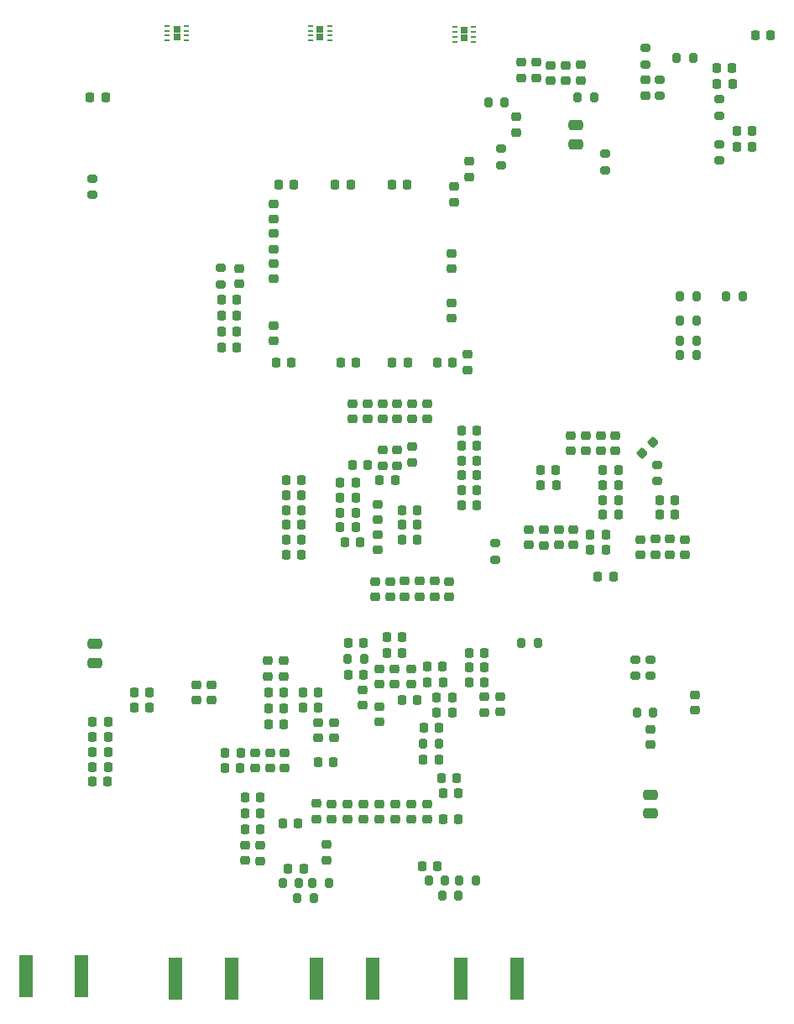
<source format=gbr>
%TF.GenerationSoftware,KiCad,Pcbnew,7.0.2*%
%TF.CreationDate,2024-03-22T17:28:18-04:00*%
%TF.ProjectId,MR-Core,4d522d43-6f72-4652-9e6b-696361645f70,rev?*%
%TF.SameCoordinates,Original*%
%TF.FileFunction,Paste,Bot*%
%TF.FilePolarity,Positive*%
%FSLAX46Y46*%
G04 Gerber Fmt 4.6, Leading zero omitted, Abs format (unit mm)*
G04 Created by KiCad (PCBNEW 7.0.2) date 2024-03-22 17:28:18*
%MOMM*%
%LPD*%
G01*
G04 APERTURE LIST*
G04 Aperture macros list*
%AMRoundRect*
0 Rectangle with rounded corners*
0 $1 Rounding radius*
0 $2 $3 $4 $5 $6 $7 $8 $9 X,Y pos of 4 corners*
0 Add a 4 corners polygon primitive as box body*
4,1,4,$2,$3,$4,$5,$6,$7,$8,$9,$2,$3,0*
0 Add four circle primitives for the rounded corners*
1,1,$1+$1,$2,$3*
1,1,$1+$1,$4,$5*
1,1,$1+$1,$6,$7*
1,1,$1+$1,$8,$9*
0 Add four rect primitives between the rounded corners*
20,1,$1+$1,$2,$3,$4,$5,0*
20,1,$1+$1,$4,$5,$6,$7,0*
20,1,$1+$1,$6,$7,$8,$9,0*
20,1,$1+$1,$8,$9,$2,$3,0*%
G04 Aperture macros list end*
%ADD10R,1.350000X4.200000*%
%ADD11RoundRect,0.225000X-0.225000X-0.250000X0.225000X-0.250000X0.225000X0.250000X-0.225000X0.250000X0*%
%ADD12RoundRect,0.225000X0.225000X0.250000X-0.225000X0.250000X-0.225000X-0.250000X0.225000X-0.250000X0*%
%ADD13RoundRect,0.225000X-0.250000X0.225000X-0.250000X-0.225000X0.250000X-0.225000X0.250000X0.225000X0*%
%ADD14RoundRect,0.225000X0.250000X-0.225000X0.250000X0.225000X-0.250000X0.225000X-0.250000X-0.225000X0*%
%ADD15RoundRect,0.218750X-0.256250X0.218750X-0.256250X-0.218750X0.256250X-0.218750X0.256250X0.218750X0*%
%ADD16RoundRect,0.200000X0.200000X0.275000X-0.200000X0.275000X-0.200000X-0.275000X0.200000X-0.275000X0*%
%ADD17RoundRect,0.200000X-0.200000X-0.275000X0.200000X-0.275000X0.200000X0.275000X-0.200000X0.275000X0*%
%ADD18R,0.750000X0.650000*%
%ADD19R,0.500000X0.250000*%
%ADD20RoundRect,0.218750X0.256250X-0.218750X0.256250X0.218750X-0.256250X0.218750X-0.256250X-0.218750X0*%
%ADD21RoundRect,0.200000X-0.275000X0.200000X-0.275000X-0.200000X0.275000X-0.200000X0.275000X0.200000X0*%
%ADD22RoundRect,0.225000X-0.017678X0.335876X-0.335876X0.017678X0.017678X-0.335876X0.335876X-0.017678X0*%
%ADD23RoundRect,0.200000X0.275000X-0.200000X0.275000X0.200000X-0.275000X0.200000X-0.275000X-0.200000X0*%
%ADD24RoundRect,0.218750X-0.218750X-0.256250X0.218750X-0.256250X0.218750X0.256250X-0.218750X0.256250X0*%
%ADD25RoundRect,0.218750X0.218750X0.256250X-0.218750X0.256250X-0.218750X-0.256250X0.218750X-0.256250X0*%
%ADD26RoundRect,0.250000X-0.475000X0.250000X-0.475000X-0.250000X0.475000X-0.250000X0.475000X0.250000X0*%
G04 APERTURE END LIST*
D10*
%TO.C,J17*%
X132875000Y-141887500D03*
X138525000Y-141887500D03*
%TD*%
%TO.C,J18*%
X147425000Y-141887500D03*
X153075000Y-141887500D03*
%TD*%
%TO.C,J8*%
X103500000Y-141637500D03*
X109150000Y-141637500D03*
%TD*%
%TO.C,J16*%
X118625000Y-141837500D03*
X124275000Y-141837500D03*
%TD*%
D11*
%TO.C,C17*%
X136025000Y-108000000D03*
X137575000Y-108000000D03*
%TD*%
D12*
%TO.C,C119*%
X162025000Y-97085429D03*
X160475000Y-97085429D03*
%TD*%
D13*
%TO.C,C112*%
X158750000Y-96570429D03*
X158750000Y-98120429D03*
%TD*%
D11*
%TO.C,C185*%
X147475000Y-91095429D03*
X149025000Y-91095429D03*
%TD*%
D14*
%TO.C,C64*%
X132800000Y-125750000D03*
X132800000Y-124200000D03*
%TD*%
D11*
%TO.C,C3*%
X114450000Y-113000000D03*
X116000000Y-113000000D03*
%TD*%
D12*
%TO.C,C181*%
X131300000Y-91595429D03*
X129750000Y-91595429D03*
%TD*%
%TO.C,C180*%
X138000000Y-90100000D03*
X136450000Y-90100000D03*
%TD*%
D13*
%TO.C,C67*%
X127950000Y-109825000D03*
X127950000Y-111375000D03*
%TD*%
D11*
%TO.C,C187*%
X147475000Y-88095429D03*
X149025000Y-88095429D03*
%TD*%
D13*
%TO.C,C46*%
X133000000Y-116025000D03*
X133000000Y-117575000D03*
%TD*%
%TO.C,C42*%
X144750000Y-101770429D03*
X144750000Y-103320429D03*
%TD*%
D12*
%TO.C,C127*%
X163275000Y-92095429D03*
X161725000Y-92095429D03*
%TD*%
D15*
%TO.C,FB4*%
X139000000Y-94012500D03*
X139000000Y-95587500D03*
%TD*%
D13*
%TO.C,C116*%
X168500000Y-97545429D03*
X168500000Y-99095429D03*
%TD*%
D14*
%TO.C,C156*%
X156500000Y-51275000D03*
X156500000Y-49725000D03*
%TD*%
%TO.C,C82*%
X140750000Y-112175000D03*
X140750000Y-110625000D03*
%TD*%
%TO.C,C148*%
X128500000Y-65250000D03*
X128500000Y-63700000D03*
%TD*%
%TO.C,C208*%
X153500000Y-51000000D03*
X153500000Y-49450000D03*
%TD*%
D13*
%TO.C,C111*%
X157270000Y-96570429D03*
X157270000Y-98120429D03*
%TD*%
D14*
%TO.C,C170*%
X166500000Y-118275000D03*
X166500000Y-116725000D03*
%TD*%
%TO.C,C87*%
X141000000Y-90120429D03*
X141000000Y-88570429D03*
%TD*%
D16*
%TO.C,R48*%
X175825000Y-73000000D03*
X174175000Y-73000000D03*
%TD*%
D11*
%TO.C,C167*%
X175225000Y-56400000D03*
X176775000Y-56400000D03*
%TD*%
D14*
%TO.C,C44*%
X144000000Y-125775000D03*
X144000000Y-124225000D03*
%TD*%
D12*
%TO.C,C176*%
X136775000Y-93345429D03*
X135225000Y-93345429D03*
%TD*%
%TO.C,C25*%
X131300000Y-99095429D03*
X129750000Y-99095429D03*
%TD*%
%TO.C,C129*%
X163275000Y-93595429D03*
X161725000Y-93595429D03*
%TD*%
D17*
%TO.C,R89*%
X159175000Y-53000000D03*
X160825000Y-53000000D03*
%TD*%
D11*
%TO.C,C131*%
X167475000Y-95095429D03*
X169025000Y-95095429D03*
%TD*%
D12*
%TO.C,C12*%
X143025000Y-113750000D03*
X141475000Y-113750000D03*
%TD*%
D11*
%TO.C,C96*%
X123250000Y-75000000D03*
X124800000Y-75000000D03*
%TD*%
D18*
%TO.C,U10*%
X147750000Y-46200000D03*
X147750000Y-47000000D03*
D19*
X146800000Y-47350000D03*
X146800000Y-46850000D03*
X146800000Y-46350000D03*
X146800000Y-45850000D03*
X148700000Y-45850000D03*
X148700000Y-46350000D03*
X148700000Y-46850000D03*
X148700000Y-47350000D03*
%TD*%
D11*
%TO.C,C24*%
X143475000Y-130500000D03*
X145025000Y-130500000D03*
%TD*%
D17*
%TO.C,R11*%
X147250000Y-132000000D03*
X148900000Y-132000000D03*
%TD*%
D20*
%TO.C,FB5*%
X127200000Y-130000000D03*
X127200000Y-128425000D03*
%TD*%
D14*
%TO.C,C19*%
X142500000Y-85395429D03*
X142500000Y-83845429D03*
%TD*%
%TO.C,C58*%
X142400000Y-125775000D03*
X142400000Y-124225000D03*
%TD*%
%TO.C,C79*%
X137600000Y-125775000D03*
X137600000Y-124225000D03*
%TD*%
D11*
%TO.C,C35*%
X139225000Y-91600000D03*
X140775000Y-91600000D03*
%TD*%
D21*
%TO.C,R87*%
X166000000Y-48000000D03*
X166000000Y-49650000D03*
%TD*%
D13*
%TO.C,C110*%
X155750000Y-96595429D03*
X155750000Y-98145429D03*
%TD*%
D11*
%TO.C,C66*%
X123600000Y-120600000D03*
X125150000Y-120600000D03*
%TD*%
D12*
%TO.C,C120*%
X162025000Y-98595429D03*
X160475000Y-98595429D03*
%TD*%
D14*
%TO.C,C122*%
X160000000Y-88620429D03*
X160000000Y-87070429D03*
%TD*%
D12*
%TO.C,C145*%
X136800000Y-79750000D03*
X135250000Y-79750000D03*
%TD*%
D11*
%TO.C,C48*%
X144975000Y-113500000D03*
X146525000Y-113500000D03*
%TD*%
%TO.C,C166*%
X175225000Y-58000000D03*
X176775000Y-58000000D03*
%TD*%
D13*
%TO.C,C179*%
X139000000Y-97050000D03*
X139000000Y-98600000D03*
%TD*%
%TO.C,C26*%
X146250000Y-101820429D03*
X146250000Y-103370429D03*
%TD*%
D11*
%TO.C,C99*%
X123250000Y-76600000D03*
X124800000Y-76600000D03*
%TD*%
D13*
%TO.C,C115*%
X167000000Y-97545429D03*
X167000000Y-99095429D03*
%TD*%
D11*
%TO.C,C188*%
X147500000Y-86595429D03*
X149050000Y-86595429D03*
%TD*%
D14*
%TO.C,C9*%
X122250000Y-113775000D03*
X122250000Y-112225000D03*
%TD*%
%TO.C,C33*%
X139500000Y-85395429D03*
X139500000Y-83845429D03*
%TD*%
D12*
%TO.C,C77*%
X149775000Y-112000000D03*
X148225000Y-112000000D03*
%TD*%
D13*
%TO.C,C84*%
X137500000Y-112725000D03*
X137500000Y-114275000D03*
%TD*%
D12*
%TO.C,C143*%
X146550000Y-79750000D03*
X145000000Y-79750000D03*
%TD*%
D14*
%TO.C,C72*%
X151400000Y-114975000D03*
X151400000Y-113425000D03*
%TD*%
D12*
%TO.C,C178*%
X136775000Y-96345429D03*
X135225000Y-96345429D03*
%TD*%
%TO.C,C182*%
X131300000Y-93095429D03*
X129750000Y-93095429D03*
%TD*%
%TO.C,C177*%
X136775000Y-94845429D03*
X135225000Y-94845429D03*
%TD*%
D13*
%TO.C,C149*%
X128500000Y-66725000D03*
X128500000Y-68275000D03*
%TD*%
D17*
%TO.C,R13*%
X169500000Y-75500000D03*
X171150000Y-75500000D03*
%TD*%
%TO.C,R101*%
X165175000Y-115000000D03*
X166825000Y-115000000D03*
%TD*%
D22*
%TO.C,C107*%
X166798008Y-87797421D03*
X165701992Y-88893437D03*
%TD*%
D12*
%TO.C,C162*%
X111816072Y-116000000D03*
X110266072Y-116000000D03*
%TD*%
D13*
%TO.C,C114*%
X165500000Y-97570429D03*
X165500000Y-99120429D03*
%TD*%
D12*
%TO.C,C117*%
X157000000Y-90595429D03*
X155450000Y-90595429D03*
%TD*%
%TO.C,C73*%
X127175000Y-123612500D03*
X125625000Y-123612500D03*
%TD*%
D13*
%TO.C,C152*%
X146500000Y-68725000D03*
X146500000Y-70275000D03*
%TD*%
D12*
%TO.C,C160*%
X111816072Y-119000000D03*
X110266072Y-119000000D03*
%TD*%
D18*
%TO.C,U28*%
X133200000Y-46100000D03*
X133200000Y-46900000D03*
D19*
X132250000Y-47250000D03*
X132250000Y-46750000D03*
X132250000Y-46250000D03*
X132250000Y-45750000D03*
X134150000Y-45750000D03*
X134150000Y-46250000D03*
X134150000Y-46750000D03*
X134150000Y-47250000D03*
%TD*%
D17*
%TO.C,R3*%
X169500000Y-79000000D03*
X171150000Y-79000000D03*
%TD*%
D11*
%TO.C,C153*%
X140450000Y-61750000D03*
X142000000Y-61750000D03*
%TD*%
D14*
%TO.C,C132*%
X163000000Y-88620429D03*
X163000000Y-87070429D03*
%TD*%
D11*
%TO.C,C97*%
X123250000Y-73400000D03*
X124800000Y-73400000D03*
%TD*%
D14*
%TO.C,C5*%
X171000000Y-114775000D03*
X171000000Y-113225000D03*
%TD*%
D23*
%TO.C,R97*%
X166500000Y-111325000D03*
X166500000Y-109675000D03*
%TD*%
D24*
%TO.C,FB6*%
X123612500Y-119100000D03*
X125187500Y-119100000D03*
%TD*%
D13*
%TO.C,C141*%
X128500000Y-75975000D03*
X128500000Y-77525000D03*
%TD*%
D20*
%TO.C,FB1*%
X125025000Y-71787500D03*
X125025000Y-70212500D03*
%TD*%
D14*
%TO.C,C53*%
X140800000Y-125775000D03*
X140800000Y-124225000D03*
%TD*%
D11*
%TO.C,C54*%
X144975000Y-115000000D03*
X146525000Y-115000000D03*
%TD*%
D16*
%TO.C,R8*%
X145225000Y-118200000D03*
X143575000Y-118200000D03*
%TD*%
D12*
%TO.C,C154*%
X111550000Y-53000000D03*
X110000000Y-53000000D03*
%TD*%
D21*
%TO.C,R64*%
X167250000Y-90020429D03*
X167250000Y-91670429D03*
%TD*%
D23*
%TO.C,R41*%
X167500000Y-52825000D03*
X167500000Y-51175000D03*
%TD*%
D13*
%TO.C,C146*%
X146750000Y-61975000D03*
X146750000Y-63525000D03*
%TD*%
D14*
%TO.C,C59*%
X139200000Y-115975000D03*
X139200000Y-114425000D03*
%TD*%
D12*
%TO.C,C172*%
X143025000Y-97595429D03*
X141475000Y-97595429D03*
%TD*%
%TO.C,C68*%
X127175000Y-126812500D03*
X125625000Y-126812500D03*
%TD*%
D13*
%TO.C,C29*%
X133820000Y-128345429D03*
X133820000Y-129895429D03*
%TD*%
D17*
%TO.C,R9*%
X135975000Y-109600000D03*
X137625000Y-109600000D03*
%TD*%
D11*
%TO.C,C102*%
X129000000Y-61750000D03*
X130550000Y-61750000D03*
%TD*%
D14*
%TO.C,C34*%
X141000000Y-85395429D03*
X141000000Y-83845429D03*
%TD*%
D17*
%TO.C,R28*%
X130925000Y-133750000D03*
X132575000Y-133750000D03*
%TD*%
D16*
%TO.C,R15*%
X131075000Y-132250000D03*
X129425000Y-132250000D03*
%TD*%
D11*
%TO.C,C98*%
X123250000Y-78200000D03*
X124800000Y-78200000D03*
%TD*%
D12*
%TO.C,C36*%
X137275000Y-97845429D03*
X135725000Y-97845429D03*
%TD*%
%TO.C,C71*%
X145550000Y-110400000D03*
X144000000Y-110400000D03*
%TD*%
%TO.C,C147*%
X142025000Y-79750000D03*
X140475000Y-79750000D03*
%TD*%
%TO.C,C183*%
X131300000Y-94595429D03*
X129750000Y-94595429D03*
%TD*%
D11*
%TO.C,C52*%
X143625000Y-119800000D03*
X145175000Y-119800000D03*
%TD*%
D14*
%TO.C,C121*%
X161500000Y-88620429D03*
X161500000Y-87070429D03*
%TD*%
%TO.C,C56*%
X139200000Y-125775000D03*
X139200000Y-124225000D03*
%TD*%
%TO.C,C32*%
X138000000Y-85395429D03*
X138000000Y-83845429D03*
%TD*%
%TO.C,C50*%
X136000000Y-125775000D03*
X136000000Y-124225000D03*
%TD*%
D24*
%TO.C,FB11*%
X177100000Y-46700000D03*
X178675000Y-46700000D03*
%TD*%
D23*
%TO.C,R42*%
X173500000Y-54825000D03*
X173500000Y-53175000D03*
%TD*%
D17*
%TO.C,R4*%
X169500000Y-77500000D03*
X171150000Y-77500000D03*
%TD*%
D11*
%TO.C,C51*%
X131475000Y-114500000D03*
X133025000Y-114500000D03*
%TD*%
D13*
%TO.C,C109*%
X154250000Y-96570429D03*
X154250000Y-98120429D03*
%TD*%
%TO.C,C80*%
X129650000Y-119075000D03*
X129650000Y-120625000D03*
%TD*%
D11*
%TO.C,C86*%
X139950000Y-107400000D03*
X141500000Y-107400000D03*
%TD*%
D14*
%TO.C,C123*%
X158500000Y-88620429D03*
X158500000Y-87070429D03*
%TD*%
%TO.C,C207*%
X155000000Y-51000000D03*
X155000000Y-49450000D03*
%TD*%
D15*
%TO.C,FB7*%
X129550000Y-109812500D03*
X129550000Y-111387500D03*
%TD*%
D11*
%TO.C,C47*%
X145625000Y-125800000D03*
X147175000Y-125800000D03*
%TD*%
D12*
%TO.C,C75*%
X129550000Y-114600000D03*
X128000000Y-114600000D03*
%TD*%
D11*
%TO.C,C164*%
X173250000Y-51600000D03*
X174800000Y-51600000D03*
%TD*%
D20*
%TO.C,FB9*%
X149775000Y-115037500D03*
X149775000Y-113462500D03*
%TD*%
D14*
%TO.C,C76*%
X142375000Y-112175000D03*
X142375000Y-110625000D03*
%TD*%
D13*
%TO.C,C69*%
X126650000Y-119100000D03*
X126650000Y-120650000D03*
%TD*%
D16*
%TO.C,R10*%
X145825000Y-132000000D03*
X144175000Y-132000000D03*
%TD*%
D25*
%TO.C,FB8*%
X145587500Y-112000000D03*
X144012500Y-112000000D03*
%TD*%
D14*
%TO.C,C100*%
X148250000Y-61000000D03*
X148250000Y-59450000D03*
%TD*%
%TO.C,C63*%
X134400000Y-125775000D03*
X134400000Y-124225000D03*
%TD*%
D11*
%TO.C,C7*%
X114450000Y-114500000D03*
X116000000Y-114500000D03*
%TD*%
%TO.C,C126*%
X167475000Y-93595429D03*
X169025000Y-93595429D03*
%TD*%
D14*
%TO.C,C20*%
X136500000Y-85420429D03*
X136500000Y-83870429D03*
%TD*%
D13*
%TO.C,C40*%
X141750000Y-101770429D03*
X141750000Y-103320429D03*
%TD*%
D11*
%TO.C,C184*%
X147475000Y-92595429D03*
X149025000Y-92595429D03*
%TD*%
D17*
%TO.C,R16*%
X145495000Y-133500000D03*
X147145000Y-133500000D03*
%TD*%
D11*
%TO.C,C159*%
X110225000Y-122000000D03*
X111775000Y-122000000D03*
%TD*%
D14*
%TO.C,C18*%
X144000000Y-85395429D03*
X144000000Y-83845429D03*
%TD*%
D12*
%TO.C,C81*%
X129550000Y-116200000D03*
X128000000Y-116200000D03*
%TD*%
D14*
%TO.C,C65*%
X125600000Y-129962500D03*
X125600000Y-128412500D03*
%TD*%
D21*
%TO.C,R27*%
X150850000Y-97975000D03*
X150850000Y-99625000D03*
%TD*%
D12*
%TO.C,C118*%
X157025000Y-92095429D03*
X155475000Y-92095429D03*
%TD*%
D21*
%TO.C,R1*%
X110250000Y-61175000D03*
X110250000Y-62825000D03*
%TD*%
D20*
%TO.C,FB3*%
X159500000Y-51287500D03*
X159500000Y-49712500D03*
%TD*%
D11*
%TO.C,C62*%
X145625000Y-123200000D03*
X147175000Y-123200000D03*
%TD*%
%TO.C,C173*%
X141475000Y-96095429D03*
X143025000Y-96095429D03*
%TD*%
%TO.C,C38*%
X147475000Y-94095429D03*
X149025000Y-94095429D03*
%TD*%
D21*
%TO.C,R98*%
X165000000Y-109675000D03*
X165000000Y-111325000D03*
%TD*%
D26*
%TO.C,C137*%
X166500000Y-123300000D03*
X166500000Y-125200000D03*
%TD*%
D12*
%TO.C,C43*%
X130975000Y-126200000D03*
X129425000Y-126200000D03*
%TD*%
D14*
%TO.C,C209*%
X166000000Y-52775000D03*
X166000000Y-51225000D03*
%TD*%
D11*
%TO.C,C16*%
X136025000Y-111250000D03*
X137575000Y-111250000D03*
%TD*%
%TO.C,C186*%
X147475000Y-89595429D03*
X149025000Y-89595429D03*
%TD*%
D21*
%TO.C,R33*%
X151500000Y-58175000D03*
X151500000Y-59825000D03*
%TD*%
D12*
%TO.C,C21*%
X131300000Y-96095429D03*
X129750000Y-96095429D03*
%TD*%
D26*
%TO.C,C206*%
X159000000Y-55775000D03*
X159000000Y-57675000D03*
%TD*%
D12*
%TO.C,C128*%
X163275000Y-90595429D03*
X161725000Y-90595429D03*
%TD*%
%TO.C,C78*%
X149775000Y-109000000D03*
X148225000Y-109000000D03*
%TD*%
D18*
%TO.C,U24*%
X118750000Y-46100000D03*
X118750000Y-46900000D03*
D19*
X117800000Y-47250000D03*
X117800000Y-46750000D03*
X117800000Y-46250000D03*
X117800000Y-45750000D03*
X119700000Y-45750000D03*
X119700000Y-46250000D03*
X119700000Y-46750000D03*
X119700000Y-47250000D03*
%TD*%
D21*
%TO.C,R43*%
X173500000Y-57675000D03*
X173500000Y-59325000D03*
%TD*%
D14*
%TO.C,C163*%
X158000000Y-51275000D03*
X158000000Y-49725000D03*
%TD*%
D12*
%TO.C,C144*%
X130300000Y-79750000D03*
X128750000Y-79750000D03*
%TD*%
D11*
%TO.C,C55*%
X145425000Y-121600000D03*
X146975000Y-121600000D03*
%TD*%
D17*
%TO.C,R24*%
X169500000Y-73000000D03*
X171150000Y-73000000D03*
%TD*%
D11*
%TO.C,C49*%
X143650000Y-116600000D03*
X145200000Y-116600000D03*
%TD*%
D12*
%TO.C,C83*%
X149775000Y-110500000D03*
X148225000Y-110500000D03*
%TD*%
D14*
%TO.C,C150*%
X139500000Y-90120429D03*
X139500000Y-88570429D03*
%TD*%
%TO.C,C101*%
X148100000Y-80475000D03*
X148100000Y-78925000D03*
%TD*%
D17*
%TO.C,R14*%
X132425000Y-132250000D03*
X134075000Y-132250000D03*
%TD*%
D21*
%TO.C,R44*%
X123225000Y-70175000D03*
X123225000Y-71825000D03*
%TD*%
D11*
%TO.C,C174*%
X141475000Y-94595429D03*
X143025000Y-94595429D03*
%TD*%
D13*
%TO.C,C57*%
X134600000Y-116025000D03*
X134600000Y-117575000D03*
%TD*%
%TO.C,C113*%
X170000000Y-97570429D03*
X170000000Y-99120429D03*
%TD*%
D12*
%TO.C,C161*%
X111816072Y-117500000D03*
X110266072Y-117500000D03*
%TD*%
D11*
%TO.C,C142*%
X134725000Y-61750000D03*
X136275000Y-61750000D03*
%TD*%
D23*
%TO.C,R45*%
X162000000Y-60325000D03*
X162000000Y-58675000D03*
%TD*%
D11*
%TO.C,C165*%
X173225000Y-50000000D03*
X174775000Y-50000000D03*
%TD*%
D17*
%TO.C,R2*%
X153500000Y-108000000D03*
X155150000Y-108000000D03*
%TD*%
D14*
%TO.C,C31*%
X138750000Y-103345429D03*
X138750000Y-101795429D03*
%TD*%
D12*
%TO.C,C70*%
X129525000Y-113000000D03*
X127975000Y-113000000D03*
%TD*%
D13*
%TO.C,C151*%
X146500000Y-73725000D03*
X146500000Y-75275000D03*
%TD*%
D16*
%TO.C,R39*%
X151825000Y-53500000D03*
X150175000Y-53500000D03*
%TD*%
D14*
%TO.C,C88*%
X142500000Y-89775000D03*
X142500000Y-88225000D03*
%TD*%
D24*
%TO.C,FB10*%
X161212500Y-101345429D03*
X162787500Y-101345429D03*
%TD*%
D14*
%TO.C,C2*%
X120750000Y-113775000D03*
X120750000Y-112225000D03*
%TD*%
D12*
%TO.C,C175*%
X136775000Y-91845429D03*
X135225000Y-91845429D03*
%TD*%
D26*
%TO.C,C199*%
X110500000Y-108100000D03*
X110500000Y-110000000D03*
%TD*%
D13*
%TO.C,C205*%
X153000000Y-54950000D03*
X153000000Y-56500000D03*
%TD*%
D14*
%TO.C,C61*%
X139200000Y-112175000D03*
X139200000Y-110625000D03*
%TD*%
D13*
%TO.C,C74*%
X128150000Y-119075000D03*
X128150000Y-120625000D03*
%TD*%
D11*
%TO.C,C28*%
X132975000Y-120000000D03*
X134525000Y-120000000D03*
%TD*%
D14*
%TO.C,C30*%
X140250000Y-103345429D03*
X140250000Y-101795429D03*
%TD*%
D12*
%TO.C,C22*%
X131300000Y-97595429D03*
X129750000Y-97595429D03*
%TD*%
D11*
%TO.C,C27*%
X129975000Y-130750000D03*
X131525000Y-130750000D03*
%TD*%
D24*
%TO.C,FB15*%
X110250000Y-120500000D03*
X111825000Y-120500000D03*
%TD*%
D17*
%TO.C,R40*%
X169175000Y-49000000D03*
X170825000Y-49000000D03*
%TD*%
D12*
%TO.C,C130*%
X163275000Y-95095429D03*
X161725000Y-95095429D03*
%TD*%
D11*
%TO.C,C45*%
X131450000Y-113000000D03*
X133000000Y-113000000D03*
%TD*%
%TO.C,C85*%
X139950000Y-109000000D03*
X141500000Y-109000000D03*
%TD*%
D14*
%TO.C,C140*%
X128500000Y-71300000D03*
X128500000Y-69750000D03*
%TD*%
D13*
%TO.C,C41*%
X143250000Y-101770429D03*
X143250000Y-103320429D03*
%TD*%
D12*
%TO.C,C60*%
X127175000Y-125212500D03*
X125625000Y-125212500D03*
%TD*%
M02*

</source>
